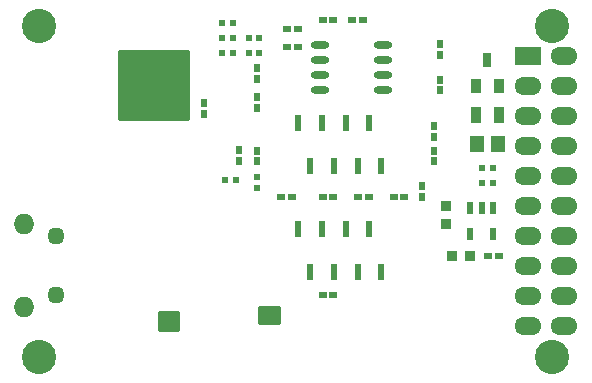
<source format=gbs>
G04 #@! TF.FileFunction,Soldermask,Bot*
%FSLAX46Y46*%
G04 Gerber Fmt 4.6, Leading zero omitted, Abs format (unit mm)*
G04 Created by KiCad (PCBNEW (after 2015-mar-04 BZR unknown)-product) date Thu 09 Apr 2015 03:29:38 PM EDT*
%MOMM*%
G01*
G04 APERTURE LIST*
%ADD10C,0.100000*%
%ADD11R,2.286000X1.524000*%
%ADD12O,2.286000X1.524000*%
%ADD13C,2.900000*%
%ADD14O,1.750000X1.750000*%
%ADD15O,1.450000X1.450000*%
%ADD16R,0.600000X0.650000*%
%ADD17R,0.600000X0.600000*%
%ADD18R,0.650000X0.600000*%
%ADD19R,1.150000X1.450000*%
%ADD20R,0.900000X1.300000*%
%ADD21R,0.800000X1.300000*%
%ADD22O,1.550000X0.600000*%
%ADD23R,0.950000X1.450000*%
%ADD24R,0.600000X1.450000*%
%ADD25R,0.950000X0.900000*%
%ADD26R,0.600000X1.100000*%
%ADD27R,0.900000X0.950000*%
%ADD28C,0.254000*%
G04 APERTURE END LIST*
D10*
D11*
X143976000Y-92570000D03*
D12*
X143976000Y-95110000D03*
X143976000Y-97650000D03*
X143976000Y-100190000D03*
X143976000Y-102730000D03*
X143976000Y-105270000D03*
X143976000Y-107810000D03*
X143976000Y-110350000D03*
X143976000Y-112890000D03*
X143976000Y-115430000D03*
X147024000Y-92570000D03*
X147024000Y-95110000D03*
X147024000Y-97650000D03*
X147024000Y-100190000D03*
X147024000Y-102730000D03*
X147024000Y-105270000D03*
X147024000Y-107810000D03*
X147024000Y-110350000D03*
X147024000Y-112890000D03*
X147024000Y-115430000D03*
D13*
X146000000Y-118000000D03*
X146000000Y-90000000D03*
X102500000Y-118000000D03*
X102500000Y-90000000D03*
D14*
X101300000Y-106750000D03*
X101300000Y-113750000D03*
D15*
X104000000Y-107750000D03*
X104000000Y-112750000D03*
D16*
X116500000Y-97450000D03*
X116500000Y-96550000D03*
D17*
X140050000Y-103250000D03*
X140950000Y-103250000D03*
D16*
X136500000Y-92450000D03*
X136500000Y-91550000D03*
D18*
X124450000Y-91750000D03*
X123550000Y-91750000D03*
D16*
X135000000Y-103550000D03*
X135000000Y-104450000D03*
X121000000Y-96050000D03*
X121000000Y-96950000D03*
X121000000Y-94450000D03*
X121000000Y-93550000D03*
D18*
X126550000Y-104500000D03*
X127450000Y-104500000D03*
D16*
X121000000Y-100550000D03*
X121000000Y-101450000D03*
D18*
X123950000Y-104500000D03*
X123050000Y-104500000D03*
D16*
X136000000Y-100550000D03*
X136000000Y-101450000D03*
D18*
X132550000Y-104500000D03*
X133450000Y-104500000D03*
D19*
X139600000Y-100000000D03*
X141400000Y-100000000D03*
D20*
X141450000Y-95100000D03*
X139550000Y-95100000D03*
D21*
X140500000Y-92900000D03*
D17*
X121200000Y-92250000D03*
X120300000Y-92250000D03*
X121000000Y-102800000D03*
X121000000Y-103700000D03*
D22*
X131700000Y-91595000D03*
X131700000Y-92865000D03*
X131700000Y-94135000D03*
X131700000Y-95405000D03*
X126300000Y-95405000D03*
X126300000Y-94135000D03*
X126300000Y-92865000D03*
X126300000Y-91595000D03*
D17*
X140050000Y-102000000D03*
X140950000Y-102000000D03*
D23*
X141500000Y-97500000D03*
X139500000Y-97500000D03*
D17*
X118950000Y-91000000D03*
X118050000Y-91000000D03*
X119200000Y-103000000D03*
X118300000Y-103000000D03*
X118950000Y-89750000D03*
X118050000Y-89750000D03*
X118950000Y-92250000D03*
X118050000Y-92250000D03*
X120300000Y-91000000D03*
X121200000Y-91000000D03*
D24*
X124500000Y-107175000D03*
X125500000Y-110825000D03*
X126500000Y-107175000D03*
X127500000Y-110825000D03*
X128500000Y-107175000D03*
X129500000Y-110825000D03*
X130500000Y-107175000D03*
X131500000Y-110825000D03*
X124500000Y-98175000D03*
X125500000Y-101825000D03*
X126500000Y-98175000D03*
X127500000Y-101825000D03*
X128500000Y-98175000D03*
X129500000Y-101825000D03*
X130500000Y-98175000D03*
X131500000Y-101825000D03*
D16*
X136000000Y-99400000D03*
X136000000Y-98500000D03*
D18*
X129950000Y-89500000D03*
X129050000Y-89500000D03*
D16*
X119500000Y-100500000D03*
X119500000Y-101400000D03*
D18*
X130450000Y-104500000D03*
X129550000Y-104500000D03*
D16*
X136500000Y-94550000D03*
X136500000Y-95450000D03*
D18*
X126550000Y-89500000D03*
X127450000Y-89500000D03*
X124450000Y-90250000D03*
X123550000Y-90250000D03*
D25*
X137000000Y-105250000D03*
X137000000Y-106750000D03*
D18*
X141450000Y-109500000D03*
X140550000Y-109500000D03*
D26*
X139050000Y-105400000D03*
X140950000Y-105400000D03*
X140000000Y-105400000D03*
X140950000Y-107600000D03*
X139050000Y-107600000D03*
D27*
X139000000Y-109500000D03*
X137500000Y-109500000D03*
D18*
X127450000Y-112750000D03*
X126550000Y-112750000D03*
D28*
G36*
X114273000Y-115773000D02*
X112727000Y-115773000D01*
X112727000Y-114227000D01*
X114273000Y-114227000D01*
X114273000Y-115773000D01*
X114273000Y-115773000D01*
G37*
X114273000Y-115773000D02*
X112727000Y-115773000D01*
X112727000Y-114227000D01*
X114273000Y-114227000D01*
X114273000Y-115773000D01*
G36*
X115173000Y-97873000D02*
X109327000Y-97873000D01*
X109327000Y-92127000D01*
X115126907Y-92127000D01*
X115173000Y-93601984D01*
X115173000Y-97873000D01*
X115173000Y-97873000D01*
G37*
X115173000Y-97873000D02*
X109327000Y-97873000D01*
X109327000Y-92127000D01*
X115126907Y-92127000D01*
X115173000Y-93601984D01*
X115173000Y-97873000D01*
G36*
X122873000Y-115173000D02*
X121127000Y-115173000D01*
X121127000Y-113827000D01*
X122873000Y-113827000D01*
X122873000Y-115173000D01*
X122873000Y-115173000D01*
G37*
X122873000Y-115173000D02*
X121127000Y-115173000D01*
X121127000Y-113827000D01*
X122873000Y-113827000D01*
X122873000Y-115173000D01*
M02*

</source>
